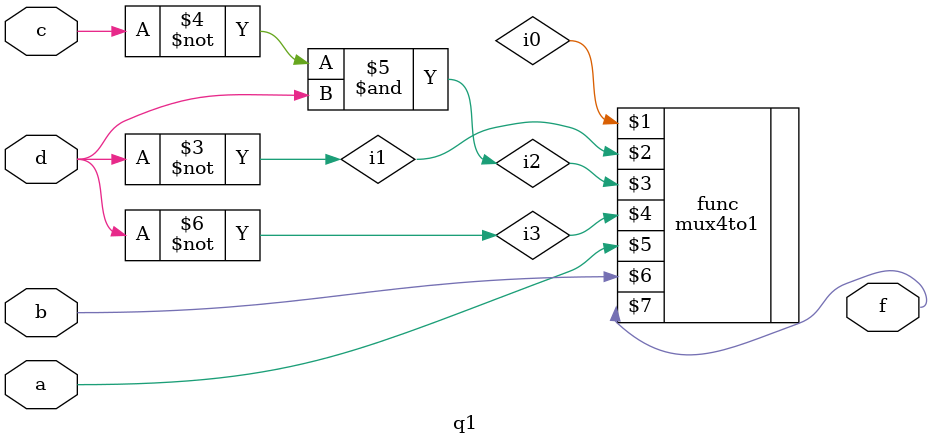
<source format=v>
`include "mux4to1.v"
module q1(a,b,c,d,f);
input a,b,c,d;
output f;
wire i0,i1,i2,i3;

assign io=(~(c & d));
assign i1=(~d);
assign i2=(~c&d);
assign i3=(~d);

mux4to1 func(i0,i1,i2,i3,a,b,f);

endmodule

</source>
